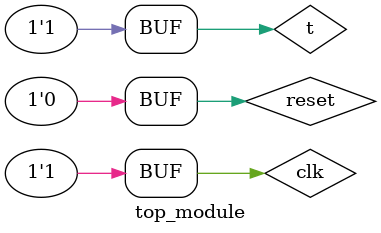
<source format=v>
module top_module ();
    
    reg reset;
    reg clk;
    reg t;
    reg out;
    initial 
        begin
            reset = 1'bz;
            #10;
            reset = 1;
            #10;
            reset = 0;
            t=1;
            #50;
        end
    always
        begin
            clk=0;
            #5;
            clk=1;
            #5;
        end
    tff tff1 (clk,reset,t,out);

endmodule

</source>
